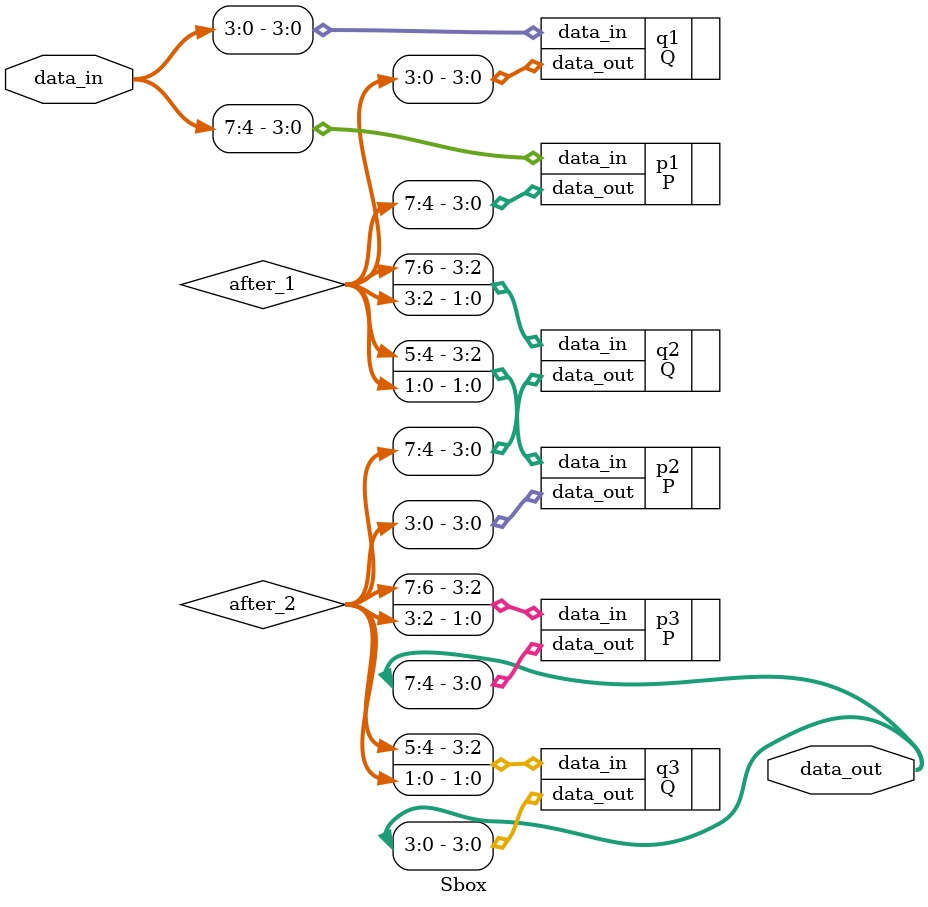
<source format=v>
`timescale 1ns / 1ps

module Sbox (
    input  wire[7 : 0] data_in,
    output wire[7 : 0] data_out
);

wire [7:0] after_1;
wire [7:0] after_2;

P p1 (.data_in(data_in[7:4]),.data_out(after_1[7:4]));
Q q1 (.data_in(data_in[3:0]),.data_out(after_1[3:0]));

P p2 (.data_in({after_1[5:4],after_1[1:0]}),.data_out(after_2[3:0]));
Q q2 (.data_in({after_1[7:6],after_1[3:2]}),.data_out(after_2[7:4]));

P p3 (.data_in({after_2[7:6],after_2[3:2]}),.data_out(data_out[7:4]));
Q q3 (.data_in({after_2[5:4],after_2[1:0]}),.data_out(data_out[3:0]));

endmodule

</source>
